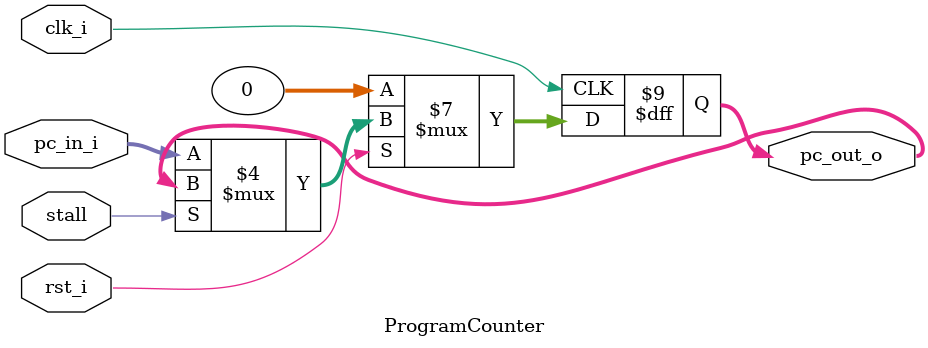
<source format=v>
`timescale 1ns / 1ps

module ProgramCounter(
    clk_i,
	rst_i,
	pc_in_i,
	stall,
	pc_out_o
	);
     
//I/O ports
input           clk_i;
input	        rst_i;
input			stall;
input  [32-1:0] pc_in_i;
output [32-1:0] pc_out_o;
 
//Internal Signals
reg    [32-1:0] pc_out_o;
 
//Parameter

    
//Main function
always @(posedge clk_i) begin
    if(~rst_i)
	    pc_out_o <= 0;
	else if(~stall)
	    pc_out_o <= pc_in_i;
end

endmodule



                    
                    
</source>
